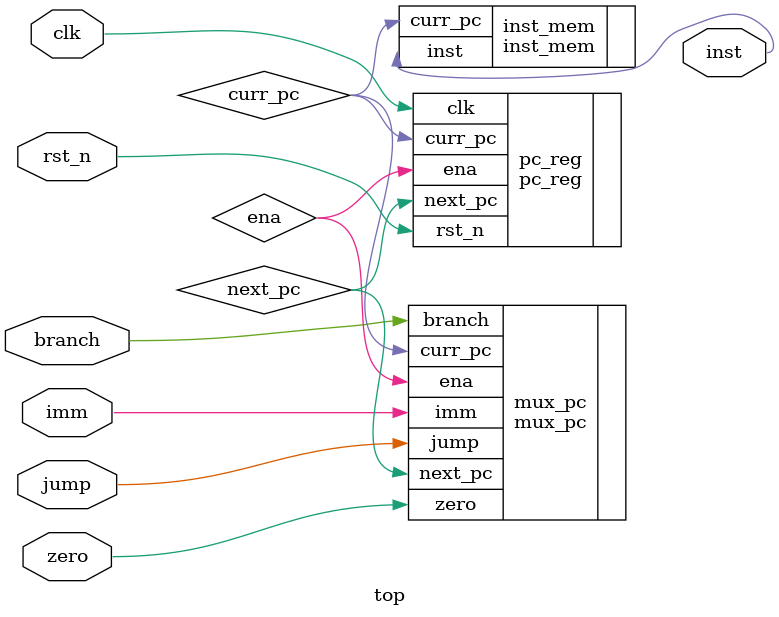
<source format=v>
`include "rvseed_defines.v"
module  top(
    input   clk,
    input   rst_n,
    input   branch,
    input   zero,
    input   jump,
    input   imm,

    output  inst
);
mux_pc mux_pc (
    .ena                    (ena),
    .branch                 (branch),
    .zero                   (zero),
    .jump                   (jump),
    .imm                    (imm),
    .curr_pc                (curr_pc),

    .next_pc                (next_pc)
    );

pc_reg pc_reg (
    .clk                    (clk),
    .rst_n                  (rst_n),
    .next_pc                (next_pc),

    .ena                    (ena),
    .curr_pc                (curr_pc) 
);

inst_mem inst_mem (
    .curr_pc                (curr_pc),

    .inst                   (inst)
);
endmodule
</source>
